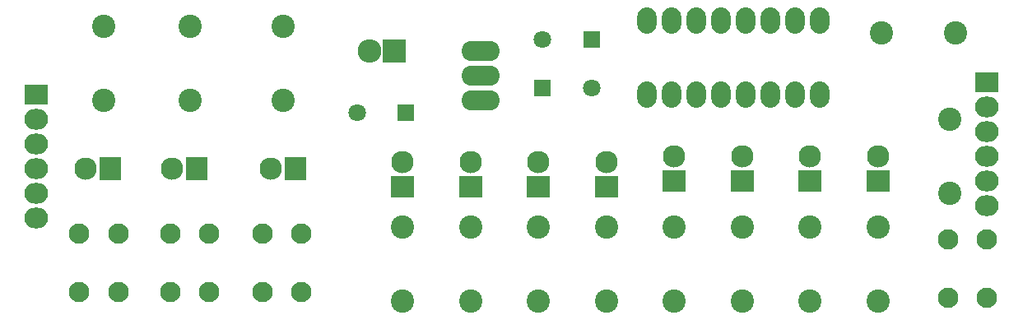
<source format=gts>
G04 #@! TF.FileFunction,Soldermask,Top*
%FSLAX46Y46*%
G04 Gerber Fmt 4.6, Leading zero omitted, Abs format (unit mm)*
G04 Created by KiCad (PCBNEW 4.0.3+e1-6302~38~ubuntu14.04.1-stable) date Thu Sep  8 17:11:28 2016*
%MOMM*%
%LPD*%
G01*
G04 APERTURE LIST*
%ADD10C,0.100000*%
%ADD11R,1.800000X1.800000*%
%ADD12C,1.800000*%
%ADD13R,2.400000X2.300000*%
%ADD14C,2.300000*%
%ADD15R,2.432000X2.127200*%
%ADD16O,2.432000X2.127200*%
%ADD17R,2.432000X2.432000*%
%ADD18O,2.432000X2.432000*%
%ADD19C,2.398980*%
%ADD20C,2.100000*%
%ADD21O,3.900120X2.099260*%
%ADD22O,2.000000X2.700000*%
%ADD23R,2.300000X2.400000*%
G04 APERTURE END LIST*
D10*
D11*
X99488000Y-94957900D03*
D12*
X94488000Y-94957900D03*
D13*
X134094228Y-101942900D03*
D14*
X134094228Y-99402900D03*
D11*
X113538000Y-92417900D03*
D12*
X113538000Y-87417900D03*
D11*
X118618000Y-87417900D03*
D12*
X118618000Y-92417900D03*
D15*
X61468000Y-93052900D03*
D16*
X61468000Y-95592900D03*
X61468000Y-98132900D03*
X61468000Y-100672900D03*
X61468000Y-103212900D03*
X61468000Y-105752900D03*
D17*
X98298000Y-88607900D03*
D18*
X95758000Y-88607900D03*
D15*
X159258000Y-91782900D03*
D16*
X159258000Y-94322900D03*
X159258000Y-96862900D03*
X159258000Y-99402900D03*
X159258000Y-101942900D03*
X159258000Y-104482900D03*
D19*
X99169228Y-114296936D03*
X99169228Y-106676936D03*
X106154228Y-114296936D03*
X106154228Y-106676936D03*
X113139228Y-114296936D03*
X113139228Y-106676936D03*
X120124228Y-114296936D03*
X120124228Y-106676936D03*
X127109228Y-114296936D03*
X127109228Y-106676936D03*
X134094228Y-114296936D03*
X134094228Y-106676936D03*
X141079228Y-114296936D03*
X141079228Y-106676936D03*
X148064228Y-114296936D03*
X148064228Y-106676936D03*
X68453000Y-93687900D03*
X68453000Y-86067900D03*
X77343000Y-93687900D03*
X77343000Y-86067900D03*
X86868000Y-93687900D03*
X86868000Y-86067900D03*
X156083000Y-86702900D03*
X148463000Y-86702900D03*
X155448000Y-95592900D03*
X155448000Y-103212900D03*
D20*
X69913000Y-107372900D03*
X69913000Y-113372900D03*
X65913000Y-107372900D03*
X65913000Y-113372900D03*
X79248000Y-107372900D03*
X79248000Y-113372900D03*
X75248000Y-107372900D03*
X75248000Y-113372900D03*
X88773000Y-107372900D03*
X88773000Y-113372900D03*
X84773000Y-107372900D03*
X84773000Y-113372900D03*
X155258000Y-114007900D03*
X155258000Y-108007900D03*
X159258000Y-114007900D03*
X159258000Y-108007900D03*
D21*
X107188000Y-91147900D03*
X107188000Y-88607900D03*
X107188000Y-93687900D03*
D22*
X124333000Y-93052900D03*
X126873000Y-93052900D03*
X129413000Y-93052900D03*
X131953000Y-93052900D03*
X134493000Y-93052900D03*
X137033000Y-93052900D03*
X139573000Y-93052900D03*
X142113000Y-93052900D03*
X142113000Y-85432900D03*
X139573000Y-85432900D03*
X137033000Y-85432900D03*
X134493000Y-85432900D03*
X131953000Y-85432900D03*
X129413000Y-85432900D03*
X126873000Y-85432900D03*
X124333000Y-85432900D03*
D13*
X148064228Y-101942900D03*
D14*
X148064228Y-99402900D03*
D13*
X141079228Y-101942900D03*
D14*
X141079228Y-99402900D03*
D13*
X127109228Y-101942900D03*
D14*
X127109228Y-99402900D03*
D13*
X120124228Y-102577900D03*
D14*
X120124228Y-100037900D03*
D13*
X113139228Y-102577900D03*
D14*
X113139228Y-100037900D03*
D13*
X106154228Y-102577900D03*
D14*
X106154228Y-100037900D03*
D13*
X99169228Y-102577900D03*
D14*
X99169228Y-100037900D03*
D23*
X88138000Y-100672900D03*
D14*
X85598000Y-100672900D03*
D23*
X77978000Y-100672900D03*
D14*
X75438000Y-100672900D03*
D23*
X69088000Y-100672900D03*
D14*
X66548000Y-100672900D03*
M02*

</source>
